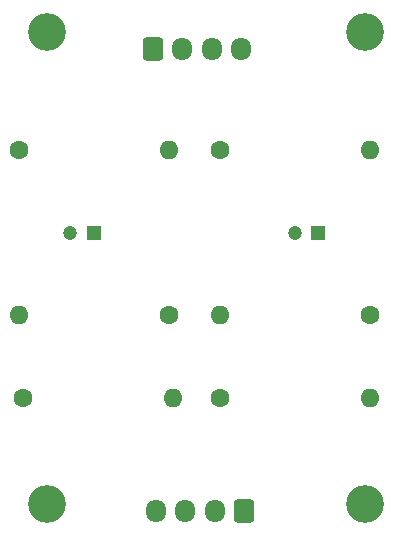
<source format=gbr>
%TF.GenerationSoftware,KiCad,Pcbnew,(6.0.6)*%
%TF.CreationDate,2022-08-24T10:35:02+01:00*%
%TF.ProjectId,board2,626f6172-6432-42e6-9b69-6361645f7063,rev?*%
%TF.SameCoordinates,Original*%
%TF.FileFunction,Soldermask,Top*%
%TF.FilePolarity,Negative*%
%FSLAX46Y46*%
G04 Gerber Fmt 4.6, Leading zero omitted, Abs format (unit mm)*
G04 Created by KiCad (PCBNEW (6.0.6)) date 2022-08-24 10:35:02*
%MOMM*%
%LPD*%
G01*
G04 APERTURE LIST*
G04 Aperture macros list*
%AMRoundRect*
0 Rectangle with rounded corners*
0 $1 Rounding radius*
0 $2 $3 $4 $5 $6 $7 $8 $9 X,Y pos of 4 corners*
0 Add a 4 corners polygon primitive as box body*
4,1,4,$2,$3,$4,$5,$6,$7,$8,$9,$2,$3,0*
0 Add four circle primitives for the rounded corners*
1,1,$1+$1,$2,$3*
1,1,$1+$1,$4,$5*
1,1,$1+$1,$6,$7*
1,1,$1+$1,$8,$9*
0 Add four rect primitives between the rounded corners*
20,1,$1+$1,$2,$3,$4,$5,0*
20,1,$1+$1,$4,$5,$6,$7,0*
20,1,$1+$1,$6,$7,$8,$9,0*
20,1,$1+$1,$8,$9,$2,$3,0*%
G04 Aperture macros list end*
%ADD10C,1.600000*%
%ADD11O,1.600000X1.600000*%
%ADD12R,1.200000X1.200000*%
%ADD13C,1.200000*%
%ADD14RoundRect,0.250000X0.600000X0.725000X-0.600000X0.725000X-0.600000X-0.725000X0.600000X-0.725000X0*%
%ADD15O,1.700000X1.950000*%
%ADD16C,3.200000*%
%ADD17RoundRect,0.250000X-0.600000X-0.725000X0.600000X-0.725000X0.600000X0.725000X-0.600000X0.725000X0*%
G04 APERTURE END LIST*
D10*
%TO.C,R1*%
X75350000Y-99000000D03*
D11*
X62650000Y-99000000D03*
%TD*%
D12*
%TO.C,C2*%
X71000000Y-92000000D03*
D13*
X69000000Y-92000000D03*
%TD*%
D14*
%TO.C,J2*%
X64750000Y-115525000D03*
D15*
X62250000Y-115525000D03*
X59750000Y-115525000D03*
X57250000Y-115525000D03*
%TD*%
D10*
%TO.C,R2*%
X46000000Y-106000000D03*
D11*
X58700000Y-106000000D03*
%TD*%
D12*
%TO.C,C1*%
X52000000Y-92000000D03*
D13*
X50000000Y-92000000D03*
%TD*%
D10*
%TO.C,R6*%
X62650000Y-85000000D03*
D11*
X75350000Y-85000000D03*
%TD*%
D10*
%TO.C,R3*%
X58350000Y-99000000D03*
D11*
X45650000Y-99000000D03*
%TD*%
D16*
%TO.C,H4*%
X75000000Y-115000000D03*
%TD*%
%TO.C,H1*%
X48000000Y-75000000D03*
%TD*%
D10*
%TO.C,R5*%
X45650000Y-85000000D03*
D11*
X58350000Y-85000000D03*
%TD*%
D10*
%TO.C,R4*%
X62650000Y-106000000D03*
D11*
X75350000Y-106000000D03*
%TD*%
D16*
%TO.C,H2*%
X48000000Y-115000000D03*
%TD*%
D17*
%TO.C,J1*%
X57000000Y-76475000D03*
D15*
X59500000Y-76475000D03*
X62000000Y-76475000D03*
X64500000Y-76475000D03*
%TD*%
D16*
%TO.C,H3*%
X75000000Y-75000000D03*
%TD*%
M02*

</source>
